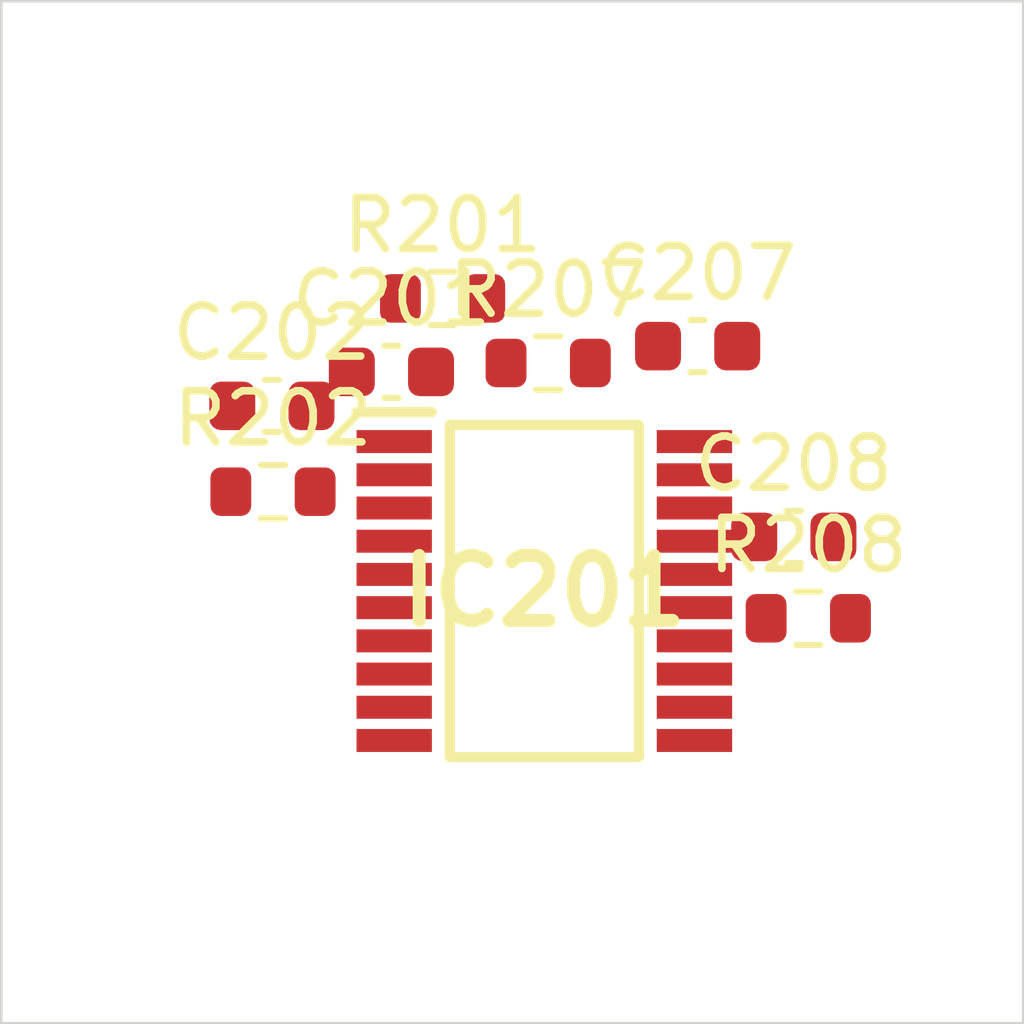
<source format=kicad_pcb>
 ( kicad_pcb  ( version 20171130 )
 ( host pcbnew 5.1.12-84ad8e8a86~92~ubuntu18.04.1 )
 ( general  ( thickness 1.6 )
 ( drawings 4 )
 ( tracks 0 )
 ( zones 0 )
 ( modules 9 )
 ( nets 19 )
)
 ( page A4 )
 ( layers  ( 0 F.Cu signal )
 ( 31 B.Cu signal )
 ( 32 B.Adhes user )
 ( 33 F.Adhes user )
 ( 34 B.Paste user )
 ( 35 F.Paste user )
 ( 36 B.SilkS user )
 ( 37 F.SilkS user )
 ( 38 B.Mask user )
 ( 39 F.Mask user )
 ( 40 Dwgs.User user )
 ( 41 Cmts.User user )
 ( 42 Eco1.User user )
 ( 43 Eco2.User user )
 ( 44 Edge.Cuts user )
 ( 45 Margin user )
 ( 46 B.CrtYd user )
 ( 47 F.CrtYd user )
 ( 48 B.Fab user )
 ( 49 F.Fab user )
)
 ( setup  ( last_trace_width 0.25 )
 ( trace_clearance 0.2 )
 ( zone_clearance 0.508 )
 ( zone_45_only no )
 ( trace_min 0.2 )
 ( via_size 0.8 )
 ( via_drill 0.4 )
 ( via_min_size 0.4 )
 ( via_min_drill 0.3 )
 ( uvia_size 0.3 )
 ( uvia_drill 0.1 )
 ( uvias_allowed no )
 ( uvia_min_size 0.2 )
 ( uvia_min_drill 0.1 )
 ( edge_width 0.05 )
 ( segment_width 0.2 )
 ( pcb_text_width 0.3 )
 ( pcb_text_size 1.5 1.5 )
 ( mod_edge_width 0.12 )
 ( mod_text_size 1 1 )
 ( mod_text_width 0.15 )
 ( pad_size 1.524 1.524 )
 ( pad_drill 0.762 )
 ( pad_to_mask_clearance 0 )
 ( aux_axis_origin 0 0 )
 ( visible_elements FFFFFF7F )
 ( pcbplotparams  ( layerselection 0x010fc_ffffffff )
 ( usegerberextensions false )
 ( usegerberattributes true )
 ( usegerberadvancedattributes true )
 ( creategerberjobfile true )
 ( excludeedgelayer true )
 ( linewidth 0.100000 )
 ( plotframeref false )
 ( viasonmask false )
 ( mode 1 )
 ( useauxorigin false )
 ( hpglpennumber 1 )
 ( hpglpenspeed 20 )
 ( hpglpendiameter 15.000000 )
 ( psnegative false )
 ( psa4output false )
 ( plotreference true )
 ( plotvalue true )
 ( plotinvisibletext false )
 ( padsonsilk false )
 ( subtractmaskfromsilk false )
 ( outputformat 1 )
 ( mirror false )
 ( drillshape 1 )
 ( scaleselection 1 )
 ( outputdirectory "" )
)
)
 ( net 0 "" )
 ( net 1 GND )
 ( net 2 /Sheet6235D886/ch0 )
 ( net 3 /Sheet6235D886/ch1 )
 ( net 4 /Sheet6235D886/ch2 )
 ( net 5 /Sheet6235D886/ch3 )
 ( net 6 /Sheet6235D886/ch4 )
 ( net 7 /Sheet6235D886/ch5 )
 ( net 8 /Sheet6235D886/ch6 )
 ( net 9 /Sheet6235D886/ch7 )
 ( net 10 VDD )
 ( net 11 VDDA )
 ( net 12 /Sheet6235D886/adc_csn )
 ( net 13 /Sheet6235D886/adc_sck )
 ( net 14 /Sheet6235D886/adc_sdi )
 ( net 15 /Sheet6235D886/adc_sdo )
 ( net 16 /Sheet6235D886/vp )
 ( net 17 /Sheet6248AD22/chn0 )
 ( net 18 /Sheet6248AD22/chn3 )
 ( net_class Default "This is the default net class."  ( clearance 0.2 )
 ( trace_width 0.25 )
 ( via_dia 0.8 )
 ( via_drill 0.4 )
 ( uvia_dia 0.3 )
 ( uvia_drill 0.1 )
 ( add_net /Sheet6235D886/adc_csn )
 ( add_net /Sheet6235D886/adc_sck )
 ( add_net /Sheet6235D886/adc_sdi )
 ( add_net /Sheet6235D886/adc_sdo )
 ( add_net /Sheet6235D886/ch0 )
 ( add_net /Sheet6235D886/ch1 )
 ( add_net /Sheet6235D886/ch2 )
 ( add_net /Sheet6235D886/ch3 )
 ( add_net /Sheet6235D886/ch4 )
 ( add_net /Sheet6235D886/ch5 )
 ( add_net /Sheet6235D886/ch6 )
 ( add_net /Sheet6235D886/ch7 )
 ( add_net /Sheet6235D886/vp )
 ( add_net /Sheet6248AD22/chn0 )
 ( add_net /Sheet6248AD22/chn3 )
 ( add_net GND )
 ( add_net VDD )
 ( add_net VDDA )
)
 ( module Capacitor_SMD:C_0603_1608Metric  ( layer F.Cu )
 ( tedit 5F68FEEE )
 ( tstamp 6234222D )
 ( at 87.635500 107.253000 )
 ( descr "Capacitor SMD 0603 (1608 Metric), square (rectangular) end terminal, IPC_7351 nominal, (Body size source: IPC-SM-782 page 76, https://www.pcb-3d.com/wordpress/wp-content/uploads/ipc-sm-782a_amendment_1_and_2.pdf), generated with kicad-footprint-generator" )
 ( tags capacitor )
 ( path /6235D887/623691C5 )
 ( attr smd )
 ( fp_text reference C201  ( at 0 -1.43 )
 ( layer F.SilkS )
 ( effects  ( font  ( size 1 1 )
 ( thickness 0.15 )
)
)
)
 ( fp_text value 0.1uF  ( at 0 1.43 )
 ( layer F.Fab )
 ( effects  ( font  ( size 1 1 )
 ( thickness 0.15 )
)
)
)
 ( fp_line  ( start -0.8 0.4 )
 ( end -0.8 -0.4 )
 ( layer F.Fab )
 ( width 0.1 )
)
 ( fp_line  ( start -0.8 -0.4 )
 ( end 0.8 -0.4 )
 ( layer F.Fab )
 ( width 0.1 )
)
 ( fp_line  ( start 0.8 -0.4 )
 ( end 0.8 0.4 )
 ( layer F.Fab )
 ( width 0.1 )
)
 ( fp_line  ( start 0.8 0.4 )
 ( end -0.8 0.4 )
 ( layer F.Fab )
 ( width 0.1 )
)
 ( fp_line  ( start -0.14058 -0.51 )
 ( end 0.14058 -0.51 )
 ( layer F.SilkS )
 ( width 0.12 )
)
 ( fp_line  ( start -0.14058 0.51 )
 ( end 0.14058 0.51 )
 ( layer F.SilkS )
 ( width 0.12 )
)
 ( fp_line  ( start -1.48 0.73 )
 ( end -1.48 -0.73 )
 ( layer F.CrtYd )
 ( width 0.05 )
)
 ( fp_line  ( start -1.48 -0.73 )
 ( end 1.48 -0.73 )
 ( layer F.CrtYd )
 ( width 0.05 )
)
 ( fp_line  ( start 1.48 -0.73 )
 ( end 1.48 0.73 )
 ( layer F.CrtYd )
 ( width 0.05 )
)
 ( fp_line  ( start 1.48 0.73 )
 ( end -1.48 0.73 )
 ( layer F.CrtYd )
 ( width 0.05 )
)
 ( fp_text user %R  ( at 0 0 )
 ( layer F.Fab )
 ( effects  ( font  ( size 0.4 0.4 )
 ( thickness 0.06 )
)
)
)
 ( pad 2 smd roundrect  ( at 0.775 0 )
 ( size 0.9 0.95 )
 ( layers F.Cu F.Mask F.Paste )
 ( roundrect_rratio 0.25 )
 ( net 1 GND )
)
 ( pad 1 smd roundrect  ( at -0.775 0 )
 ( size 0.9 0.95 )
 ( layers F.Cu F.Mask F.Paste )
 ( roundrect_rratio 0.25 )
 ( net 2 /Sheet6235D886/ch0 )
)
 ( model ${KISYS3DMOD}/Capacitor_SMD.3dshapes/C_0603_1608Metric.wrl  ( at  ( xyz 0 0 0 )
)
 ( scale  ( xyz 1 1 1 )
)
 ( rotate  ( xyz 0 0 0 )
)
)
)
 ( module Capacitor_SMD:C_0603_1608Metric  ( layer F.Cu )
 ( tedit 5F68FEEE )
 ( tstamp 6234223E )
 ( at 85.296000 107.918000 )
 ( descr "Capacitor SMD 0603 (1608 Metric), square (rectangular) end terminal, IPC_7351 nominal, (Body size source: IPC-SM-782 page 76, https://www.pcb-3d.com/wordpress/wp-content/uploads/ipc-sm-782a_amendment_1_and_2.pdf), generated with kicad-footprint-generator" )
 ( tags capacitor )
 ( path /6235D887/62369EE0 )
 ( attr smd )
 ( fp_text reference C202  ( at 0 -1.43 )
 ( layer F.SilkS )
 ( effects  ( font  ( size 1 1 )
 ( thickness 0.15 )
)
)
)
 ( fp_text value 0.1uF  ( at 0 1.43 )
 ( layer F.Fab )
 ( effects  ( font  ( size 1 1 )
 ( thickness 0.15 )
)
)
)
 ( fp_line  ( start 1.48 0.73 )
 ( end -1.48 0.73 )
 ( layer F.CrtYd )
 ( width 0.05 )
)
 ( fp_line  ( start 1.48 -0.73 )
 ( end 1.48 0.73 )
 ( layer F.CrtYd )
 ( width 0.05 )
)
 ( fp_line  ( start -1.48 -0.73 )
 ( end 1.48 -0.73 )
 ( layer F.CrtYd )
 ( width 0.05 )
)
 ( fp_line  ( start -1.48 0.73 )
 ( end -1.48 -0.73 )
 ( layer F.CrtYd )
 ( width 0.05 )
)
 ( fp_line  ( start -0.14058 0.51 )
 ( end 0.14058 0.51 )
 ( layer F.SilkS )
 ( width 0.12 )
)
 ( fp_line  ( start -0.14058 -0.51 )
 ( end 0.14058 -0.51 )
 ( layer F.SilkS )
 ( width 0.12 )
)
 ( fp_line  ( start 0.8 0.4 )
 ( end -0.8 0.4 )
 ( layer F.Fab )
 ( width 0.1 )
)
 ( fp_line  ( start 0.8 -0.4 )
 ( end 0.8 0.4 )
 ( layer F.Fab )
 ( width 0.1 )
)
 ( fp_line  ( start -0.8 -0.4 )
 ( end 0.8 -0.4 )
 ( layer F.Fab )
 ( width 0.1 )
)
 ( fp_line  ( start -0.8 0.4 )
 ( end -0.8 -0.4 )
 ( layer F.Fab )
 ( width 0.1 )
)
 ( fp_text user %R  ( at 0 0 )
 ( layer F.Fab )
 ( effects  ( font  ( size 0.4 0.4 )
 ( thickness 0.06 )
)
)
)
 ( pad 1 smd roundrect  ( at -0.775 0 )
 ( size 0.9 0.95 )
 ( layers F.Cu F.Mask F.Paste )
 ( roundrect_rratio 0.25 )
 ( net 1 GND )
)
 ( pad 2 smd roundrect  ( at 0.775 0 )
 ( size 0.9 0.95 )
 ( layers F.Cu F.Mask F.Paste )
 ( roundrect_rratio 0.25 )
 ( net 3 /Sheet6235D886/ch1 )
)
 ( model ${KISYS3DMOD}/Capacitor_SMD.3dshapes/C_0603_1608Metric.wrl  ( at  ( xyz 0 0 0 )
)
 ( scale  ( xyz 1 1 1 )
)
 ( rotate  ( xyz 0 0 0 )
)
)
)
 ( module Capacitor_SMD:C_0603_1608Metric  ( layer F.Cu )
 ( tedit 5F68FEEE )
 ( tstamp 62342293 )
 ( at 93.628100 106.749000 )
 ( descr "Capacitor SMD 0603 (1608 Metric), square (rectangular) end terminal, IPC_7351 nominal, (Body size source: IPC-SM-782 page 76, https://www.pcb-3d.com/wordpress/wp-content/uploads/ipc-sm-782a_amendment_1_and_2.pdf), generated with kicad-footprint-generator" )
 ( tags capacitor )
 ( path /6235D887/6238B3FE )
 ( attr smd )
 ( fp_text reference C207  ( at 0 -1.43 )
 ( layer F.SilkS )
 ( effects  ( font  ( size 1 1 )
 ( thickness 0.15 )
)
)
)
 ( fp_text value 0.1uF  ( at 0 1.43 )
 ( layer F.Fab )
 ( effects  ( font  ( size 1 1 )
 ( thickness 0.15 )
)
)
)
 ( fp_line  ( start -0.8 0.4 )
 ( end -0.8 -0.4 )
 ( layer F.Fab )
 ( width 0.1 )
)
 ( fp_line  ( start -0.8 -0.4 )
 ( end 0.8 -0.4 )
 ( layer F.Fab )
 ( width 0.1 )
)
 ( fp_line  ( start 0.8 -0.4 )
 ( end 0.8 0.4 )
 ( layer F.Fab )
 ( width 0.1 )
)
 ( fp_line  ( start 0.8 0.4 )
 ( end -0.8 0.4 )
 ( layer F.Fab )
 ( width 0.1 )
)
 ( fp_line  ( start -0.14058 -0.51 )
 ( end 0.14058 -0.51 )
 ( layer F.SilkS )
 ( width 0.12 )
)
 ( fp_line  ( start -0.14058 0.51 )
 ( end 0.14058 0.51 )
 ( layer F.SilkS )
 ( width 0.12 )
)
 ( fp_line  ( start -1.48 0.73 )
 ( end -1.48 -0.73 )
 ( layer F.CrtYd )
 ( width 0.05 )
)
 ( fp_line  ( start -1.48 -0.73 )
 ( end 1.48 -0.73 )
 ( layer F.CrtYd )
 ( width 0.05 )
)
 ( fp_line  ( start 1.48 -0.73 )
 ( end 1.48 0.73 )
 ( layer F.CrtYd )
 ( width 0.05 )
)
 ( fp_line  ( start 1.48 0.73 )
 ( end -1.48 0.73 )
 ( layer F.CrtYd )
 ( width 0.05 )
)
 ( fp_text user %R  ( at 0 0 )
 ( layer F.Fab )
 ( effects  ( font  ( size 0.4 0.4 )
 ( thickness 0.06 )
)
)
)
 ( pad 2 smd roundrect  ( at 0.775 0 )
 ( size 0.9 0.95 )
 ( layers F.Cu F.Mask F.Paste )
 ( roundrect_rratio 0.25 )
 ( net 1 GND )
)
 ( pad 1 smd roundrect  ( at -0.775 0 )
 ( size 0.9 0.95 )
 ( layers F.Cu F.Mask F.Paste )
 ( roundrect_rratio 0.25 )
 ( net 8 /Sheet6235D886/ch6 )
)
 ( model ${KISYS3DMOD}/Capacitor_SMD.3dshapes/C_0603_1608Metric.wrl  ( at  ( xyz 0 0 0 )
)
 ( scale  ( xyz 1 1 1 )
)
 ( rotate  ( xyz 0 0 0 )
)
)
)
 ( module Capacitor_SMD:C_0603_1608Metric  ( layer F.Cu )
 ( tedit 5F68FEEE )
 ( tstamp 623422A4 )
 ( at 95.510100 110.483000 )
 ( descr "Capacitor SMD 0603 (1608 Metric), square (rectangular) end terminal, IPC_7351 nominal, (Body size source: IPC-SM-782 page 76, https://www.pcb-3d.com/wordpress/wp-content/uploads/ipc-sm-782a_amendment_1_and_2.pdf), generated with kicad-footprint-generator" )
 ( tags capacitor )
 ( path /6235D887/6238B404 )
 ( attr smd )
 ( fp_text reference C208  ( at 0 -1.43 )
 ( layer F.SilkS )
 ( effects  ( font  ( size 1 1 )
 ( thickness 0.15 )
)
)
)
 ( fp_text value 0.1uF  ( at 0 1.43 )
 ( layer F.Fab )
 ( effects  ( font  ( size 1 1 )
 ( thickness 0.15 )
)
)
)
 ( fp_line  ( start 1.48 0.73 )
 ( end -1.48 0.73 )
 ( layer F.CrtYd )
 ( width 0.05 )
)
 ( fp_line  ( start 1.48 -0.73 )
 ( end 1.48 0.73 )
 ( layer F.CrtYd )
 ( width 0.05 )
)
 ( fp_line  ( start -1.48 -0.73 )
 ( end 1.48 -0.73 )
 ( layer F.CrtYd )
 ( width 0.05 )
)
 ( fp_line  ( start -1.48 0.73 )
 ( end -1.48 -0.73 )
 ( layer F.CrtYd )
 ( width 0.05 )
)
 ( fp_line  ( start -0.14058 0.51 )
 ( end 0.14058 0.51 )
 ( layer F.SilkS )
 ( width 0.12 )
)
 ( fp_line  ( start -0.14058 -0.51 )
 ( end 0.14058 -0.51 )
 ( layer F.SilkS )
 ( width 0.12 )
)
 ( fp_line  ( start 0.8 0.4 )
 ( end -0.8 0.4 )
 ( layer F.Fab )
 ( width 0.1 )
)
 ( fp_line  ( start 0.8 -0.4 )
 ( end 0.8 0.4 )
 ( layer F.Fab )
 ( width 0.1 )
)
 ( fp_line  ( start -0.8 -0.4 )
 ( end 0.8 -0.4 )
 ( layer F.Fab )
 ( width 0.1 )
)
 ( fp_line  ( start -0.8 0.4 )
 ( end -0.8 -0.4 )
 ( layer F.Fab )
 ( width 0.1 )
)
 ( fp_text user %R  ( at 0 0 )
 ( layer F.Fab )
 ( effects  ( font  ( size 0.4 0.4 )
 ( thickness 0.06 )
)
)
)
 ( pad 1 smd roundrect  ( at -0.775 0 )
 ( size 0.9 0.95 )
 ( layers F.Cu F.Mask F.Paste )
 ( roundrect_rratio 0.25 )
 ( net 1 GND )
)
 ( pad 2 smd roundrect  ( at 0.775 0 )
 ( size 0.9 0.95 )
 ( layers F.Cu F.Mask F.Paste )
 ( roundrect_rratio 0.25 )
 ( net 9 /Sheet6235D886/ch7 )
)
 ( model ${KISYS3DMOD}/Capacitor_SMD.3dshapes/C_0603_1608Metric.wrl  ( at  ( xyz 0 0 0 )
)
 ( scale  ( xyz 1 1 1 )
)
 ( rotate  ( xyz 0 0 0 )
)
)
)
 ( module MCP3564R-E_ST:SOP65P640X120-20N locked  ( layer F.Cu )
 ( tedit 623351C2 )
 ( tstamp 623423D6 )
 ( at 90.628000 111.542000 )
 ( descr "20-Lead Plastic Thin Shrink Small Outline (ST) - 4.4mm body [TSSOP]" )
 ( tags "Integrated Circuit" )
 ( path /6235D887/6235E071 )
 ( attr smd )
 ( fp_text reference IC201  ( at 0 0 )
 ( layer F.SilkS )
 ( effects  ( font  ( size 1.27 1.27 )
 ( thickness 0.254 )
)
)
)
 ( fp_text value MCP3564R-E_ST  ( at 0 0 )
 ( layer F.SilkS )
hide  ( effects  ( font  ( size 1.27 1.27 )
 ( thickness 0.254 )
)
)
)
 ( fp_line  ( start -3.925 -3.55 )
 ( end 3.925 -3.55 )
 ( layer Dwgs.User )
 ( width 0.05 )
)
 ( fp_line  ( start 3.925 -3.55 )
 ( end 3.925 3.55 )
 ( layer Dwgs.User )
 ( width 0.05 )
)
 ( fp_line  ( start 3.925 3.55 )
 ( end -3.925 3.55 )
 ( layer Dwgs.User )
 ( width 0.05 )
)
 ( fp_line  ( start -3.925 3.55 )
 ( end -3.925 -3.55 )
 ( layer Dwgs.User )
 ( width 0.05 )
)
 ( fp_line  ( start -2.2 -3.25 )
 ( end 2.2 -3.25 )
 ( layer Dwgs.User )
 ( width 0.1 )
)
 ( fp_line  ( start 2.2 -3.25 )
 ( end 2.2 3.25 )
 ( layer Dwgs.User )
 ( width 0.1 )
)
 ( fp_line  ( start 2.2 3.25 )
 ( end -2.2 3.25 )
 ( layer Dwgs.User )
 ( width 0.1 )
)
 ( fp_line  ( start -2.2 3.25 )
 ( end -2.2 -3.25 )
 ( layer Dwgs.User )
 ( width 0.1 )
)
 ( fp_line  ( start -2.2 -2.6 )
 ( end -1.55 -3.25 )
 ( layer Dwgs.User )
 ( width 0.1 )
)
 ( fp_line  ( start -1.85 -3.25 )
 ( end 1.85 -3.25 )
 ( layer F.SilkS )
 ( width 0.2 )
)
 ( fp_line  ( start 1.85 -3.25 )
 ( end 1.85 3.25 )
 ( layer F.SilkS )
 ( width 0.2 )
)
 ( fp_line  ( start 1.85 3.25 )
 ( end -1.85 3.25 )
 ( layer F.SilkS )
 ( width 0.2 )
)
 ( fp_line  ( start -1.85 3.25 )
 ( end -1.85 -3.25 )
 ( layer F.SilkS )
 ( width 0.2 )
)
 ( fp_line  ( start -3.675 -3.5 )
 ( end -2.2 -3.5 )
 ( layer F.SilkS )
 ( width 0.2 )
)
 ( pad 1 smd rect  ( at -2.938 -2.925 90.000000 )
 ( size 0.45 1.475 )
 ( layers F.Cu F.Mask F.Paste )
 ( net 11 VDDA )
)
 ( pad 2 smd rect  ( at -2.938 -2.275 90.000000 )
 ( size 0.45 1.475 )
 ( layers F.Cu F.Mask F.Paste )
 ( net 1 GND )
)
 ( pad 3 smd rect  ( at -2.938 -1.625 90.000000 )
 ( size 0.45 1.475 )
 ( layers F.Cu F.Mask F.Paste )
 ( net 1 GND )
)
 ( pad 4 smd rect  ( at -2.938 -0.975 90.000000 )
 ( size 0.45 1.475 )
 ( layers F.Cu F.Mask F.Paste )
)
 ( pad 5 smd rect  ( at -2.938 -0.325 90.000000 )
 ( size 0.45 1.475 )
 ( layers F.Cu F.Mask F.Paste )
 ( net 2 /Sheet6235D886/ch0 )
)
 ( pad 6 smd rect  ( at -2.938 0.325 90.000000 )
 ( size 0.45 1.475 )
 ( layers F.Cu F.Mask F.Paste )
 ( net 3 /Sheet6235D886/ch1 )
)
 ( pad 7 smd rect  ( at -2.938 0.975 90.000000 )
 ( size 0.45 1.475 )
 ( layers F.Cu F.Mask F.Paste )
 ( net 4 /Sheet6235D886/ch2 )
)
 ( pad 8 smd rect  ( at -2.938 1.625 90.000000 )
 ( size 0.45 1.475 )
 ( layers F.Cu F.Mask F.Paste )
 ( net 5 /Sheet6235D886/ch3 )
)
 ( pad 9 smd rect  ( at -2.938 2.275 90.000000 )
 ( size 0.45 1.475 )
 ( layers F.Cu F.Mask F.Paste )
 ( net 6 /Sheet6235D886/ch4 )
)
 ( pad 10 smd rect  ( at -2.938 2.925 90.000000 )
 ( size 0.45 1.475 )
 ( layers F.Cu F.Mask F.Paste )
 ( net 7 /Sheet6235D886/ch5 )
)
 ( pad 11 smd rect  ( at 2.938 2.925 90.000000 )
 ( size 0.45 1.475 )
 ( layers F.Cu F.Mask F.Paste )
 ( net 8 /Sheet6235D886/ch6 )
)
 ( pad 12 smd rect  ( at 2.938 2.275 90.000000 )
 ( size 0.45 1.475 )
 ( layers F.Cu F.Mask F.Paste )
 ( net 9 /Sheet6235D886/ch7 )
)
 ( pad 13 smd rect  ( at 2.938 1.625 90.000000 )
 ( size 0.45 1.475 )
 ( layers F.Cu F.Mask F.Paste )
 ( net 12 /Sheet6235D886/adc_csn )
)
 ( pad 14 smd rect  ( at 2.938 0.975 90.000000 )
 ( size 0.45 1.475 )
 ( layers F.Cu F.Mask F.Paste )
 ( net 13 /Sheet6235D886/adc_sck )
)
 ( pad 15 smd rect  ( at 2.938 0.325 90.000000 )
 ( size 0.45 1.475 )
 ( layers F.Cu F.Mask F.Paste )
 ( net 14 /Sheet6235D886/adc_sdi )
)
 ( pad 16 smd rect  ( at 2.938 -0.325 90.000000 )
 ( size 0.45 1.475 )
 ( layers F.Cu F.Mask F.Paste )
 ( net 15 /Sheet6235D886/adc_sdo )
)
 ( pad 17 smd rect  ( at 2.938 -0.975 90.000000 )
 ( size 0.45 1.475 )
 ( layers F.Cu F.Mask F.Paste )
)
 ( pad 18 smd rect  ( at 2.938 -1.625 90.000000 )
 ( size 0.45 1.475 )
 ( layers F.Cu F.Mask F.Paste )
)
 ( pad 19 smd rect  ( at 2.938 -2.275 90.000000 )
 ( size 0.45 1.475 )
 ( layers F.Cu F.Mask F.Paste )
 ( net 1 GND )
)
 ( pad 20 smd rect  ( at 2.938 -2.925 90.000000 )
 ( size 0.45 1.475 )
 ( layers F.Cu F.Mask F.Paste )
 ( net 10 VDD )
)
)
 ( module Resistor_SMD:R_0603_1608Metric  ( layer F.Cu )
 ( tedit 5F68FEEE )
 ( tstamp 6234250D )
 ( at 88.636500 105.815000 )
 ( descr "Resistor SMD 0603 (1608 Metric), square (rectangular) end terminal, IPC_7351 nominal, (Body size source: IPC-SM-782 page 72, https://www.pcb-3d.com/wordpress/wp-content/uploads/ipc-sm-782a_amendment_1_and_2.pdf), generated with kicad-footprint-generator" )
 ( tags resistor )
 ( path /6235D887/623641B7 )
 ( attr smd )
 ( fp_text reference R201  ( at 0 -1.43 )
 ( layer F.SilkS )
 ( effects  ( font  ( size 1 1 )
 ( thickness 0.15 )
)
)
)
 ( fp_text value 1k  ( at 0 1.43 )
 ( layer F.Fab )
 ( effects  ( font  ( size 1 1 )
 ( thickness 0.15 )
)
)
)
 ( fp_line  ( start -0.8 0.4125 )
 ( end -0.8 -0.4125 )
 ( layer F.Fab )
 ( width 0.1 )
)
 ( fp_line  ( start -0.8 -0.4125 )
 ( end 0.8 -0.4125 )
 ( layer F.Fab )
 ( width 0.1 )
)
 ( fp_line  ( start 0.8 -0.4125 )
 ( end 0.8 0.4125 )
 ( layer F.Fab )
 ( width 0.1 )
)
 ( fp_line  ( start 0.8 0.4125 )
 ( end -0.8 0.4125 )
 ( layer F.Fab )
 ( width 0.1 )
)
 ( fp_line  ( start -0.237258 -0.5225 )
 ( end 0.237258 -0.5225 )
 ( layer F.SilkS )
 ( width 0.12 )
)
 ( fp_line  ( start -0.237258 0.5225 )
 ( end 0.237258 0.5225 )
 ( layer F.SilkS )
 ( width 0.12 )
)
 ( fp_line  ( start -1.48 0.73 )
 ( end -1.48 -0.73 )
 ( layer F.CrtYd )
 ( width 0.05 )
)
 ( fp_line  ( start -1.48 -0.73 )
 ( end 1.48 -0.73 )
 ( layer F.CrtYd )
 ( width 0.05 )
)
 ( fp_line  ( start 1.48 -0.73 )
 ( end 1.48 0.73 )
 ( layer F.CrtYd )
 ( width 0.05 )
)
 ( fp_line  ( start 1.48 0.73 )
 ( end -1.48 0.73 )
 ( layer F.CrtYd )
 ( width 0.05 )
)
 ( fp_text user %R  ( at 0 0 )
 ( layer F.Fab )
 ( effects  ( font  ( size 0.4 0.4 )
 ( thickness 0.06 )
)
)
)
 ( pad 2 smd roundrect  ( at 0.825 0 )
 ( size 0.8 0.95 )
 ( layers F.Cu F.Mask F.Paste )
 ( roundrect_rratio 0.25 )
 ( net 16 /Sheet6235D886/vp )
)
 ( pad 1 smd roundrect  ( at -0.825 0 )
 ( size 0.8 0.95 )
 ( layers F.Cu F.Mask F.Paste )
 ( roundrect_rratio 0.25 )
 ( net 2 /Sheet6235D886/ch0 )
)
 ( model ${KISYS3DMOD}/Resistor_SMD.3dshapes/R_0603_1608Metric.wrl  ( at  ( xyz 0 0 0 )
)
 ( scale  ( xyz 1 1 1 )
)
 ( rotate  ( xyz 0 0 0 )
)
)
)
 ( module Resistor_SMD:R_0603_1608Metric  ( layer F.Cu )
 ( tedit 5F68FEEE )
 ( tstamp 6234251E )
 ( at 85.317400 109.598000 )
 ( descr "Resistor SMD 0603 (1608 Metric), square (rectangular) end terminal, IPC_7351 nominal, (Body size source: IPC-SM-782 page 72, https://www.pcb-3d.com/wordpress/wp-content/uploads/ipc-sm-782a_amendment_1_and_2.pdf), generated with kicad-footprint-generator" )
 ( tags resistor )
 ( path /6235D887/6236A646 )
 ( attr smd )
 ( fp_text reference R202  ( at 0 -1.43 )
 ( layer F.SilkS )
 ( effects  ( font  ( size 1 1 )
 ( thickness 0.15 )
)
)
)
 ( fp_text value 1k  ( at 0 1.43 )
 ( layer F.Fab )
 ( effects  ( font  ( size 1 1 )
 ( thickness 0.15 )
)
)
)
 ( fp_line  ( start 1.48 0.73 )
 ( end -1.48 0.73 )
 ( layer F.CrtYd )
 ( width 0.05 )
)
 ( fp_line  ( start 1.48 -0.73 )
 ( end 1.48 0.73 )
 ( layer F.CrtYd )
 ( width 0.05 )
)
 ( fp_line  ( start -1.48 -0.73 )
 ( end 1.48 -0.73 )
 ( layer F.CrtYd )
 ( width 0.05 )
)
 ( fp_line  ( start -1.48 0.73 )
 ( end -1.48 -0.73 )
 ( layer F.CrtYd )
 ( width 0.05 )
)
 ( fp_line  ( start -0.237258 0.5225 )
 ( end 0.237258 0.5225 )
 ( layer F.SilkS )
 ( width 0.12 )
)
 ( fp_line  ( start -0.237258 -0.5225 )
 ( end 0.237258 -0.5225 )
 ( layer F.SilkS )
 ( width 0.12 )
)
 ( fp_line  ( start 0.8 0.4125 )
 ( end -0.8 0.4125 )
 ( layer F.Fab )
 ( width 0.1 )
)
 ( fp_line  ( start 0.8 -0.4125 )
 ( end 0.8 0.4125 )
 ( layer F.Fab )
 ( width 0.1 )
)
 ( fp_line  ( start -0.8 -0.4125 )
 ( end 0.8 -0.4125 )
 ( layer F.Fab )
 ( width 0.1 )
)
 ( fp_line  ( start -0.8 0.4125 )
 ( end -0.8 -0.4125 )
 ( layer F.Fab )
 ( width 0.1 )
)
 ( fp_text user %R  ( at 0 0 )
 ( layer F.Fab )
 ( effects  ( font  ( size 0.4 0.4 )
 ( thickness 0.06 )
)
)
)
 ( pad 1 smd roundrect  ( at -0.825 0 )
 ( size 0.8 0.95 )
 ( layers F.Cu F.Mask F.Paste )
 ( roundrect_rratio 0.25 )
 ( net 3 /Sheet6235D886/ch1 )
)
 ( pad 2 smd roundrect  ( at 0.825 0 )
 ( size 0.8 0.95 )
 ( layers F.Cu F.Mask F.Paste )
 ( roundrect_rratio 0.25 )
 ( net 17 /Sheet6248AD22/chn0 )
)
 ( model ${KISYS3DMOD}/Resistor_SMD.3dshapes/R_0603_1608Metric.wrl  ( at  ( xyz 0 0 0 )
)
 ( scale  ( xyz 1 1 1 )
)
 ( rotate  ( xyz 0 0 0 )
)
)
)
 ( module Resistor_SMD:R_0603_1608Metric  ( layer F.Cu )
 ( tedit 5F68FEEE )
 ( tstamp 62342573 )
 ( at 90.703600 107.079000 )
 ( descr "Resistor SMD 0603 (1608 Metric), square (rectangular) end terminal, IPC_7351 nominal, (Body size source: IPC-SM-782 page 72, https://www.pcb-3d.com/wordpress/wp-content/uploads/ipc-sm-782a_amendment_1_and_2.pdf), generated with kicad-footprint-generator" )
 ( tags resistor )
 ( path /6235D887/6238B3F8 )
 ( attr smd )
 ( fp_text reference R207  ( at 0 -1.43 )
 ( layer F.SilkS )
 ( effects  ( font  ( size 1 1 )
 ( thickness 0.15 )
)
)
)
 ( fp_text value 1k  ( at 0 1.43 )
 ( layer F.Fab )
 ( effects  ( font  ( size 1 1 )
 ( thickness 0.15 )
)
)
)
 ( fp_line  ( start -0.8 0.4125 )
 ( end -0.8 -0.4125 )
 ( layer F.Fab )
 ( width 0.1 )
)
 ( fp_line  ( start -0.8 -0.4125 )
 ( end 0.8 -0.4125 )
 ( layer F.Fab )
 ( width 0.1 )
)
 ( fp_line  ( start 0.8 -0.4125 )
 ( end 0.8 0.4125 )
 ( layer F.Fab )
 ( width 0.1 )
)
 ( fp_line  ( start 0.8 0.4125 )
 ( end -0.8 0.4125 )
 ( layer F.Fab )
 ( width 0.1 )
)
 ( fp_line  ( start -0.237258 -0.5225 )
 ( end 0.237258 -0.5225 )
 ( layer F.SilkS )
 ( width 0.12 )
)
 ( fp_line  ( start -0.237258 0.5225 )
 ( end 0.237258 0.5225 )
 ( layer F.SilkS )
 ( width 0.12 )
)
 ( fp_line  ( start -1.48 0.73 )
 ( end -1.48 -0.73 )
 ( layer F.CrtYd )
 ( width 0.05 )
)
 ( fp_line  ( start -1.48 -0.73 )
 ( end 1.48 -0.73 )
 ( layer F.CrtYd )
 ( width 0.05 )
)
 ( fp_line  ( start 1.48 -0.73 )
 ( end 1.48 0.73 )
 ( layer F.CrtYd )
 ( width 0.05 )
)
 ( fp_line  ( start 1.48 0.73 )
 ( end -1.48 0.73 )
 ( layer F.CrtYd )
 ( width 0.05 )
)
 ( fp_text user %R  ( at 0 0 )
 ( layer F.Fab )
 ( effects  ( font  ( size 0.4 0.4 )
 ( thickness 0.06 )
)
)
)
 ( pad 2 smd roundrect  ( at 0.825 0 )
 ( size 0.8 0.95 )
 ( layers F.Cu F.Mask F.Paste )
 ( roundrect_rratio 0.25 )
 ( net 16 /Sheet6235D886/vp )
)
 ( pad 1 smd roundrect  ( at -0.825 0 )
 ( size 0.8 0.95 )
 ( layers F.Cu F.Mask F.Paste )
 ( roundrect_rratio 0.25 )
 ( net 8 /Sheet6235D886/ch6 )
)
 ( model ${KISYS3DMOD}/Resistor_SMD.3dshapes/R_0603_1608Metric.wrl  ( at  ( xyz 0 0 0 )
)
 ( scale  ( xyz 1 1 1 )
)
 ( rotate  ( xyz 0 0 0 )
)
)
)
 ( module Resistor_SMD:R_0603_1608Metric  ( layer F.Cu )
 ( tedit 5F68FEEE )
 ( tstamp 62342584 )
 ( at 95.794000 112.075000 )
 ( descr "Resistor SMD 0603 (1608 Metric), square (rectangular) end terminal, IPC_7351 nominal, (Body size source: IPC-SM-782 page 72, https://www.pcb-3d.com/wordpress/wp-content/uploads/ipc-sm-782a_amendment_1_and_2.pdf), generated with kicad-footprint-generator" )
 ( tags resistor )
 ( path /6235D887/6238B40A )
 ( attr smd )
 ( fp_text reference R208  ( at 0 -1.43 )
 ( layer F.SilkS )
 ( effects  ( font  ( size 1 1 )
 ( thickness 0.15 )
)
)
)
 ( fp_text value 1k  ( at 0 1.43 )
 ( layer F.Fab )
 ( effects  ( font  ( size 1 1 )
 ( thickness 0.15 )
)
)
)
 ( fp_line  ( start 1.48 0.73 )
 ( end -1.48 0.73 )
 ( layer F.CrtYd )
 ( width 0.05 )
)
 ( fp_line  ( start 1.48 -0.73 )
 ( end 1.48 0.73 )
 ( layer F.CrtYd )
 ( width 0.05 )
)
 ( fp_line  ( start -1.48 -0.73 )
 ( end 1.48 -0.73 )
 ( layer F.CrtYd )
 ( width 0.05 )
)
 ( fp_line  ( start -1.48 0.73 )
 ( end -1.48 -0.73 )
 ( layer F.CrtYd )
 ( width 0.05 )
)
 ( fp_line  ( start -0.237258 0.5225 )
 ( end 0.237258 0.5225 )
 ( layer F.SilkS )
 ( width 0.12 )
)
 ( fp_line  ( start -0.237258 -0.5225 )
 ( end 0.237258 -0.5225 )
 ( layer F.SilkS )
 ( width 0.12 )
)
 ( fp_line  ( start 0.8 0.4125 )
 ( end -0.8 0.4125 )
 ( layer F.Fab )
 ( width 0.1 )
)
 ( fp_line  ( start 0.8 -0.4125 )
 ( end 0.8 0.4125 )
 ( layer F.Fab )
 ( width 0.1 )
)
 ( fp_line  ( start -0.8 -0.4125 )
 ( end 0.8 -0.4125 )
 ( layer F.Fab )
 ( width 0.1 )
)
 ( fp_line  ( start -0.8 0.4125 )
 ( end -0.8 -0.4125 )
 ( layer F.Fab )
 ( width 0.1 )
)
 ( fp_text user %R  ( at 0 0 )
 ( layer F.Fab )
 ( effects  ( font  ( size 0.4 0.4 )
 ( thickness 0.06 )
)
)
)
 ( pad 1 smd roundrect  ( at -0.825 0 )
 ( size 0.8 0.95 )
 ( layers F.Cu F.Mask F.Paste )
 ( roundrect_rratio 0.25 )
 ( net 9 /Sheet6235D886/ch7 )
)
 ( pad 2 smd roundrect  ( at 0.825 0 )
 ( size 0.8 0.95 )
 ( layers F.Cu F.Mask F.Paste )
 ( roundrect_rratio 0.25 )
 ( net 18 /Sheet6248AD22/chn3 )
)
 ( model ${KISYS3DMOD}/Resistor_SMD.3dshapes/R_0603_1608Metric.wrl  ( at  ( xyz 0 0 0 )
)
 ( scale  ( xyz 1 1 1 )
)
 ( rotate  ( xyz 0 0 0 )
)
)
)
 ( gr_line  ( start 100 100 )
 ( end 100 120 )
 ( layer Edge.Cuts )
 ( width 0.05 )
 ( tstamp 62E770C4 )
)
 ( gr_line  ( start 80 120 )
 ( end 100 120 )
 ( layer Edge.Cuts )
 ( width 0.05 )
 ( tstamp 62E770C0 )
)
 ( gr_line  ( start 80 100 )
 ( end 100 100 )
 ( layer Edge.Cuts )
 ( width 0.05 )
 ( tstamp 6234110C )
)
 ( gr_line  ( start 80 100 )
 ( end 80 120 )
 ( layer Edge.Cuts )
 ( width 0.05 )
)
)

</source>
